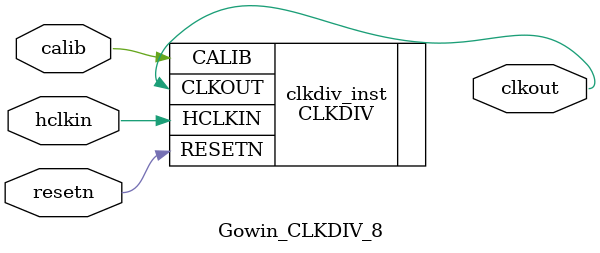
<source format=v>

module Gowin_CLKDIV_8 (clkout, hclkin, resetn, calib);

output clkout;
input hclkin;
input resetn;
input calib;

CLKDIV clkdiv_inst (
    .CLKOUT(clkout),
    .HCLKIN(hclkin),
    .RESETN(resetn),
    .CALIB(calib)
);

defparam clkdiv_inst.DIV_MODE = "8";

endmodule //Gowin_CLKDIV_8

</source>
